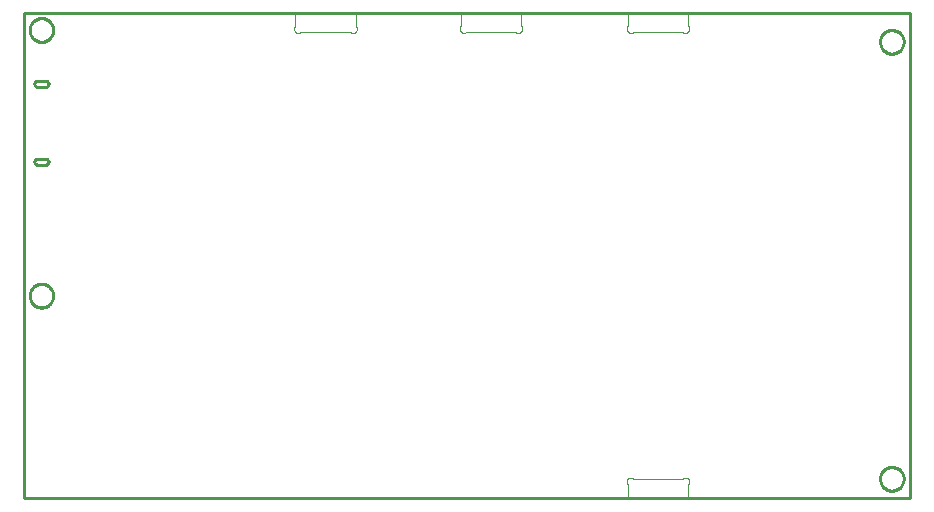
<source format=gbr>
G04 EAGLE Gerber RS-274X export*
G75*
%MOMM*%
%FSLAX34Y34*%
%LPD*%
%IN*%
%IPPOS*%
%AMOC8*
5,1,8,0,0,1.08239X$1,22.5*%
G01*
%ADD10C,0.000000*%
%ADD11C,0.254000*%


D10*
X416100Y395000D02*
X374900Y395000D01*
X370000Y400000D02*
X370000Y411500D01*
X421000Y411500D02*
X421000Y400000D01*
X370000Y411500D02*
X364500Y411500D01*
X421000Y411500D02*
X426500Y411500D01*
X374900Y395000D02*
X374815Y394920D01*
X374727Y394842D01*
X374637Y394768D01*
X374545Y394696D01*
X374450Y394628D01*
X374353Y394562D01*
X374254Y394500D01*
X374152Y394442D01*
X374049Y394387D01*
X373944Y394335D01*
X373838Y394287D01*
X373729Y394242D01*
X373620Y394201D01*
X373509Y394164D01*
X373397Y394131D01*
X373284Y394101D01*
X373170Y394075D01*
X373055Y394053D01*
X372939Y394034D01*
X372823Y394020D01*
X372707Y394009D01*
X372590Y394003D01*
X372473Y394000D01*
X372356Y394001D01*
X372239Y394006D01*
X372123Y394015D01*
X372006Y394028D01*
X371891Y394045D01*
X371776Y394066D01*
X371661Y394090D01*
X371548Y394118D01*
X371435Y394150D01*
X371324Y394186D01*
X371214Y394226D01*
X371105Y394269D01*
X370998Y394316D01*
X370892Y394366D01*
X370788Y394420D01*
X370686Y394477D01*
X370586Y394537D01*
X370488Y394601D01*
X370393Y394669D01*
X370299Y394739D01*
X370208Y394812D01*
X370119Y394889D01*
X370034Y394968D01*
X369950Y395050D01*
X369870Y395135D01*
X369792Y395223D01*
X369718Y395313D01*
X369646Y395405D01*
X369578Y395500D01*
X369512Y395597D01*
X369450Y395696D01*
X369392Y395798D01*
X369337Y395901D01*
X369285Y396006D01*
X369237Y396112D01*
X369192Y396221D01*
X369151Y396330D01*
X369114Y396441D01*
X369081Y396553D01*
X369051Y396666D01*
X369025Y396780D01*
X369003Y396895D01*
X368984Y397011D01*
X368970Y397127D01*
X368959Y397243D01*
X368953Y397360D01*
X368950Y397477D01*
X368951Y397594D01*
X368956Y397711D01*
X368965Y397827D01*
X368978Y397944D01*
X368995Y398059D01*
X369016Y398174D01*
X369040Y398289D01*
X369068Y398402D01*
X369100Y398515D01*
X369136Y398626D01*
X369176Y398736D01*
X369219Y398845D01*
X369266Y398952D01*
X369316Y399058D01*
X369370Y399162D01*
X369427Y399264D01*
X369487Y399364D01*
X369551Y399462D01*
X369619Y399557D01*
X369689Y399651D01*
X369762Y399742D01*
X369839Y399831D01*
X369918Y399916D01*
X370000Y400000D01*
X416100Y395000D02*
X416186Y394919D01*
X416275Y394841D01*
X416366Y394765D01*
X416459Y394693D01*
X416555Y394624D01*
X416654Y394558D01*
X416754Y394496D01*
X416857Y394437D01*
X416961Y394382D01*
X417067Y394330D01*
X417175Y394281D01*
X417285Y394237D01*
X417396Y394196D01*
X417508Y394159D01*
X417621Y394125D01*
X417736Y394096D01*
X417851Y394070D01*
X417967Y394049D01*
X418084Y394031D01*
X418202Y394017D01*
X418319Y394008D01*
X418438Y394002D01*
X418556Y394000D01*
X418674Y394002D01*
X418792Y394008D01*
X418910Y394019D01*
X419027Y394033D01*
X419144Y394051D01*
X419260Y394073D01*
X419376Y394099D01*
X419490Y394129D01*
X419603Y394162D01*
X419715Y394200D01*
X419826Y394241D01*
X419936Y394286D01*
X420043Y394335D01*
X420149Y394387D01*
X420254Y394443D01*
X420356Y394502D01*
X420456Y394565D01*
X420554Y394631D01*
X420650Y394700D01*
X420743Y394772D01*
X420834Y394848D01*
X420922Y394927D01*
X421008Y395008D01*
X421091Y395093D01*
X421171Y395180D01*
X421247Y395270D01*
X421321Y395362D01*
X421392Y395457D01*
X421459Y395554D01*
X421523Y395654D01*
X421584Y395755D01*
X421641Y395858D01*
X421695Y395964D01*
X421745Y396071D01*
X421791Y396180D01*
X421834Y396290D01*
X421873Y396401D01*
X421908Y396514D01*
X421940Y396628D01*
X421967Y396743D01*
X421991Y396859D01*
X422011Y396976D01*
X422026Y397093D01*
X422038Y397211D01*
X422046Y397329D01*
X422050Y397447D01*
X422049Y397565D01*
X422045Y397683D01*
X422037Y397801D01*
X422025Y397919D01*
X422009Y398036D01*
X421989Y398152D01*
X421965Y398268D01*
X421937Y398383D01*
X421905Y398497D01*
X421869Y398610D01*
X421830Y398721D01*
X421787Y398831D01*
X421740Y398940D01*
X421690Y399047D01*
X421636Y399152D01*
X421578Y399255D01*
X421517Y399356D01*
X421453Y399455D01*
X421385Y399552D01*
X421314Y399647D01*
X421240Y399739D01*
X421163Y399829D01*
X421083Y399916D01*
X421000Y400000D01*
X276100Y395000D02*
X234900Y395000D01*
X230000Y400000D02*
X230000Y411500D01*
X281000Y411500D02*
X281000Y400000D01*
X230000Y411500D02*
X224500Y411500D01*
X281000Y411500D02*
X286500Y411500D01*
X234900Y395000D02*
X234815Y394920D01*
X234727Y394842D01*
X234637Y394768D01*
X234545Y394696D01*
X234450Y394628D01*
X234353Y394562D01*
X234254Y394500D01*
X234152Y394442D01*
X234049Y394387D01*
X233944Y394335D01*
X233838Y394287D01*
X233729Y394242D01*
X233620Y394201D01*
X233509Y394164D01*
X233397Y394131D01*
X233284Y394101D01*
X233170Y394075D01*
X233055Y394053D01*
X232939Y394034D01*
X232823Y394020D01*
X232707Y394009D01*
X232590Y394003D01*
X232473Y394000D01*
X232356Y394001D01*
X232239Y394006D01*
X232123Y394015D01*
X232006Y394028D01*
X231891Y394045D01*
X231776Y394066D01*
X231661Y394090D01*
X231548Y394118D01*
X231435Y394150D01*
X231324Y394186D01*
X231214Y394226D01*
X231105Y394269D01*
X230998Y394316D01*
X230892Y394366D01*
X230788Y394420D01*
X230686Y394477D01*
X230586Y394537D01*
X230488Y394601D01*
X230393Y394669D01*
X230299Y394739D01*
X230208Y394812D01*
X230119Y394889D01*
X230034Y394968D01*
X229950Y395050D01*
X229870Y395135D01*
X229792Y395223D01*
X229718Y395313D01*
X229646Y395405D01*
X229578Y395500D01*
X229512Y395597D01*
X229450Y395696D01*
X229392Y395798D01*
X229337Y395901D01*
X229285Y396006D01*
X229237Y396112D01*
X229192Y396221D01*
X229151Y396330D01*
X229114Y396441D01*
X229081Y396553D01*
X229051Y396666D01*
X229025Y396780D01*
X229003Y396895D01*
X228984Y397011D01*
X228970Y397127D01*
X228959Y397243D01*
X228953Y397360D01*
X228950Y397477D01*
X228951Y397594D01*
X228956Y397711D01*
X228965Y397827D01*
X228978Y397944D01*
X228995Y398059D01*
X229016Y398174D01*
X229040Y398289D01*
X229068Y398402D01*
X229100Y398515D01*
X229136Y398626D01*
X229176Y398736D01*
X229219Y398845D01*
X229266Y398952D01*
X229316Y399058D01*
X229370Y399162D01*
X229427Y399264D01*
X229487Y399364D01*
X229551Y399462D01*
X229619Y399557D01*
X229689Y399651D01*
X229762Y399742D01*
X229839Y399831D01*
X229918Y399916D01*
X230000Y400000D01*
X276100Y395000D02*
X276186Y394919D01*
X276275Y394841D01*
X276366Y394765D01*
X276459Y394693D01*
X276555Y394624D01*
X276654Y394558D01*
X276754Y394496D01*
X276857Y394437D01*
X276961Y394382D01*
X277067Y394330D01*
X277175Y394281D01*
X277285Y394237D01*
X277396Y394196D01*
X277508Y394159D01*
X277621Y394125D01*
X277736Y394096D01*
X277851Y394070D01*
X277967Y394049D01*
X278084Y394031D01*
X278202Y394017D01*
X278319Y394008D01*
X278438Y394002D01*
X278556Y394000D01*
X278674Y394002D01*
X278792Y394008D01*
X278910Y394019D01*
X279027Y394033D01*
X279144Y394051D01*
X279260Y394073D01*
X279376Y394099D01*
X279490Y394129D01*
X279603Y394162D01*
X279715Y394200D01*
X279826Y394241D01*
X279936Y394286D01*
X280043Y394335D01*
X280149Y394387D01*
X280254Y394443D01*
X280356Y394502D01*
X280456Y394565D01*
X280554Y394631D01*
X280650Y394700D01*
X280743Y394772D01*
X280834Y394848D01*
X280922Y394927D01*
X281008Y395008D01*
X281091Y395093D01*
X281171Y395180D01*
X281247Y395270D01*
X281321Y395362D01*
X281392Y395457D01*
X281459Y395554D01*
X281523Y395654D01*
X281584Y395755D01*
X281641Y395858D01*
X281695Y395964D01*
X281745Y396071D01*
X281791Y396180D01*
X281834Y396290D01*
X281873Y396401D01*
X281908Y396514D01*
X281940Y396628D01*
X281967Y396743D01*
X281991Y396859D01*
X282011Y396976D01*
X282026Y397093D01*
X282038Y397211D01*
X282046Y397329D01*
X282050Y397447D01*
X282049Y397565D01*
X282045Y397683D01*
X282037Y397801D01*
X282025Y397919D01*
X282009Y398036D01*
X281989Y398152D01*
X281965Y398268D01*
X281937Y398383D01*
X281905Y398497D01*
X281869Y398610D01*
X281830Y398721D01*
X281787Y398831D01*
X281740Y398940D01*
X281690Y399047D01*
X281636Y399152D01*
X281578Y399255D01*
X281517Y399356D01*
X281453Y399455D01*
X281385Y399552D01*
X281314Y399647D01*
X281240Y399739D01*
X281163Y399829D01*
X281083Y399916D01*
X281000Y400000D01*
X516400Y395000D02*
X557600Y395000D01*
X511500Y400000D02*
X511500Y411500D01*
X562500Y411500D02*
X562500Y400000D01*
X511500Y411500D02*
X506000Y411500D01*
X562500Y411500D02*
X568000Y411500D01*
X516400Y395000D02*
X516315Y394920D01*
X516227Y394842D01*
X516137Y394768D01*
X516045Y394696D01*
X515950Y394628D01*
X515853Y394562D01*
X515754Y394500D01*
X515652Y394442D01*
X515549Y394387D01*
X515444Y394335D01*
X515338Y394287D01*
X515229Y394242D01*
X515120Y394201D01*
X515009Y394164D01*
X514897Y394131D01*
X514784Y394101D01*
X514670Y394075D01*
X514555Y394053D01*
X514439Y394034D01*
X514323Y394020D01*
X514207Y394009D01*
X514090Y394003D01*
X513973Y394000D01*
X513856Y394001D01*
X513739Y394006D01*
X513623Y394015D01*
X513506Y394028D01*
X513391Y394045D01*
X513276Y394066D01*
X513161Y394090D01*
X513048Y394118D01*
X512935Y394150D01*
X512824Y394186D01*
X512714Y394226D01*
X512605Y394269D01*
X512498Y394316D01*
X512392Y394366D01*
X512288Y394420D01*
X512186Y394477D01*
X512086Y394537D01*
X511988Y394601D01*
X511893Y394669D01*
X511799Y394739D01*
X511708Y394812D01*
X511619Y394889D01*
X511534Y394968D01*
X511450Y395050D01*
X511370Y395135D01*
X511292Y395223D01*
X511218Y395313D01*
X511146Y395405D01*
X511078Y395500D01*
X511012Y395597D01*
X510950Y395696D01*
X510892Y395798D01*
X510837Y395901D01*
X510785Y396006D01*
X510737Y396112D01*
X510692Y396221D01*
X510651Y396330D01*
X510614Y396441D01*
X510581Y396553D01*
X510551Y396666D01*
X510525Y396780D01*
X510503Y396895D01*
X510484Y397011D01*
X510470Y397127D01*
X510459Y397243D01*
X510453Y397360D01*
X510450Y397477D01*
X510451Y397594D01*
X510456Y397711D01*
X510465Y397827D01*
X510478Y397944D01*
X510495Y398059D01*
X510516Y398174D01*
X510540Y398289D01*
X510568Y398402D01*
X510600Y398515D01*
X510636Y398626D01*
X510676Y398736D01*
X510719Y398845D01*
X510766Y398952D01*
X510816Y399058D01*
X510870Y399162D01*
X510927Y399264D01*
X510987Y399364D01*
X511051Y399462D01*
X511119Y399557D01*
X511189Y399651D01*
X511262Y399742D01*
X511339Y399831D01*
X511418Y399916D01*
X511500Y400000D01*
X557600Y395000D02*
X557686Y394919D01*
X557775Y394841D01*
X557866Y394765D01*
X557959Y394693D01*
X558055Y394624D01*
X558154Y394558D01*
X558254Y394496D01*
X558357Y394437D01*
X558461Y394382D01*
X558567Y394330D01*
X558675Y394281D01*
X558785Y394237D01*
X558896Y394196D01*
X559008Y394159D01*
X559121Y394125D01*
X559236Y394096D01*
X559351Y394070D01*
X559467Y394049D01*
X559584Y394031D01*
X559702Y394017D01*
X559819Y394008D01*
X559938Y394002D01*
X560056Y394000D01*
X560174Y394002D01*
X560292Y394008D01*
X560410Y394019D01*
X560527Y394033D01*
X560644Y394051D01*
X560760Y394073D01*
X560876Y394099D01*
X560990Y394129D01*
X561103Y394162D01*
X561215Y394200D01*
X561326Y394241D01*
X561436Y394286D01*
X561543Y394335D01*
X561649Y394387D01*
X561754Y394443D01*
X561856Y394502D01*
X561956Y394565D01*
X562054Y394631D01*
X562150Y394700D01*
X562243Y394772D01*
X562334Y394848D01*
X562422Y394927D01*
X562508Y395008D01*
X562591Y395093D01*
X562671Y395180D01*
X562747Y395270D01*
X562821Y395362D01*
X562892Y395457D01*
X562959Y395554D01*
X563023Y395654D01*
X563084Y395755D01*
X563141Y395858D01*
X563195Y395964D01*
X563245Y396071D01*
X563291Y396180D01*
X563334Y396290D01*
X563373Y396401D01*
X563408Y396514D01*
X563440Y396628D01*
X563467Y396743D01*
X563491Y396859D01*
X563511Y396976D01*
X563526Y397093D01*
X563538Y397211D01*
X563546Y397329D01*
X563550Y397447D01*
X563549Y397565D01*
X563545Y397683D01*
X563537Y397801D01*
X563525Y397919D01*
X563509Y398036D01*
X563489Y398152D01*
X563465Y398268D01*
X563437Y398383D01*
X563405Y398497D01*
X563369Y398610D01*
X563330Y398721D01*
X563287Y398831D01*
X563240Y398940D01*
X563190Y399047D01*
X563136Y399152D01*
X563078Y399255D01*
X563017Y399356D01*
X562953Y399455D01*
X562885Y399552D01*
X562814Y399647D01*
X562740Y399739D01*
X562663Y399829D01*
X562583Y399916D01*
X562500Y400000D01*
X557600Y16500D02*
X516400Y16500D01*
X562500Y11500D02*
X562500Y0D01*
X511500Y0D02*
X511500Y11500D01*
X562500Y0D02*
X568000Y0D01*
X511500Y0D02*
X506000Y0D01*
X557600Y16500D02*
X557686Y16581D01*
X557775Y16659D01*
X557866Y16735D01*
X557959Y16807D01*
X558055Y16876D01*
X558154Y16942D01*
X558254Y17004D01*
X558357Y17063D01*
X558461Y17118D01*
X558567Y17170D01*
X558675Y17219D01*
X558785Y17263D01*
X558896Y17304D01*
X559008Y17341D01*
X559121Y17375D01*
X559236Y17404D01*
X559351Y17430D01*
X559467Y17451D01*
X559584Y17469D01*
X559702Y17483D01*
X559819Y17492D01*
X559938Y17498D01*
X560056Y17500D01*
X560174Y17498D01*
X560292Y17492D01*
X560410Y17481D01*
X560527Y17467D01*
X560644Y17449D01*
X560760Y17427D01*
X560876Y17401D01*
X560990Y17371D01*
X561103Y17338D01*
X561215Y17300D01*
X561326Y17259D01*
X561436Y17214D01*
X561543Y17165D01*
X561649Y17113D01*
X561754Y17057D01*
X561856Y16998D01*
X561956Y16935D01*
X562054Y16869D01*
X562150Y16800D01*
X562243Y16728D01*
X562334Y16652D01*
X562422Y16573D01*
X562508Y16492D01*
X562591Y16407D01*
X562671Y16320D01*
X562747Y16230D01*
X562821Y16138D01*
X562892Y16043D01*
X562959Y15946D01*
X563023Y15846D01*
X563084Y15745D01*
X563141Y15642D01*
X563195Y15536D01*
X563245Y15429D01*
X563291Y15320D01*
X563334Y15210D01*
X563373Y15099D01*
X563408Y14986D01*
X563440Y14872D01*
X563467Y14757D01*
X563491Y14641D01*
X563511Y14524D01*
X563526Y14407D01*
X563538Y14289D01*
X563546Y14171D01*
X563550Y14053D01*
X563549Y13935D01*
X563545Y13817D01*
X563537Y13699D01*
X563525Y13581D01*
X563509Y13464D01*
X563489Y13348D01*
X563465Y13232D01*
X563437Y13117D01*
X563405Y13003D01*
X563369Y12890D01*
X563330Y12779D01*
X563287Y12669D01*
X563240Y12560D01*
X563190Y12453D01*
X563136Y12348D01*
X563078Y12245D01*
X563017Y12144D01*
X562953Y12045D01*
X562885Y11948D01*
X562814Y11853D01*
X562740Y11761D01*
X562663Y11671D01*
X562583Y11584D01*
X562500Y11500D01*
X516400Y16500D02*
X516314Y16581D01*
X516225Y16659D01*
X516134Y16735D01*
X516041Y16807D01*
X515945Y16876D01*
X515846Y16942D01*
X515746Y17004D01*
X515643Y17063D01*
X515539Y17118D01*
X515433Y17170D01*
X515325Y17219D01*
X515215Y17263D01*
X515104Y17304D01*
X514992Y17341D01*
X514879Y17375D01*
X514764Y17404D01*
X514649Y17430D01*
X514533Y17451D01*
X514416Y17469D01*
X514298Y17483D01*
X514181Y17492D01*
X514062Y17498D01*
X513944Y17500D01*
X513826Y17498D01*
X513708Y17492D01*
X513590Y17481D01*
X513473Y17467D01*
X513356Y17449D01*
X513240Y17427D01*
X513124Y17401D01*
X513010Y17371D01*
X512897Y17338D01*
X512785Y17300D01*
X512674Y17259D01*
X512564Y17214D01*
X512457Y17165D01*
X512351Y17113D01*
X512246Y17057D01*
X512144Y16998D01*
X512044Y16935D01*
X511946Y16869D01*
X511850Y16800D01*
X511757Y16728D01*
X511666Y16652D01*
X511578Y16573D01*
X511492Y16492D01*
X511409Y16407D01*
X511329Y16320D01*
X511253Y16230D01*
X511179Y16138D01*
X511108Y16043D01*
X511041Y15946D01*
X510977Y15846D01*
X510916Y15745D01*
X510859Y15642D01*
X510805Y15536D01*
X510755Y15429D01*
X510709Y15320D01*
X510666Y15210D01*
X510627Y15099D01*
X510592Y14986D01*
X510560Y14872D01*
X510533Y14757D01*
X510509Y14641D01*
X510489Y14524D01*
X510474Y14407D01*
X510462Y14289D01*
X510454Y14171D01*
X510450Y14053D01*
X510451Y13935D01*
X510455Y13817D01*
X510463Y13699D01*
X510475Y13581D01*
X510491Y13464D01*
X510511Y13348D01*
X510535Y13232D01*
X510563Y13117D01*
X510595Y13003D01*
X510631Y12890D01*
X510670Y12779D01*
X510713Y12669D01*
X510760Y12560D01*
X510810Y12453D01*
X510864Y12348D01*
X510922Y12245D01*
X510983Y12144D01*
X511047Y12045D01*
X511115Y11948D01*
X511186Y11853D01*
X511260Y11761D01*
X511337Y11671D01*
X511417Y11584D01*
X511500Y11500D01*
D11*
X0Y0D02*
X750000Y0D01*
X750500Y410500D01*
X500Y410500D01*
X0Y0D01*
X9000Y285000D02*
X9010Y284782D01*
X9038Y284566D01*
X9085Y284353D01*
X9151Y284145D01*
X9234Y283943D01*
X9335Y283750D01*
X9452Y283566D01*
X9585Y283393D01*
X9732Y283232D01*
X9893Y283085D01*
X10066Y282952D01*
X10250Y282835D01*
X10443Y282734D01*
X10645Y282651D01*
X10853Y282585D01*
X11066Y282538D01*
X11282Y282510D01*
X11500Y282500D01*
X18500Y282500D01*
X18718Y282510D01*
X18934Y282538D01*
X19147Y282585D01*
X19355Y282651D01*
X19557Y282734D01*
X19750Y282835D01*
X19934Y282952D01*
X20107Y283085D01*
X20268Y283232D01*
X20415Y283393D01*
X20548Y283566D01*
X20665Y283750D01*
X20766Y283943D01*
X20849Y284145D01*
X20915Y284353D01*
X20962Y284566D01*
X20991Y284782D01*
X21000Y285000D01*
X20991Y285218D01*
X20962Y285434D01*
X20915Y285647D01*
X20849Y285855D01*
X20766Y286057D01*
X20665Y286250D01*
X20548Y286434D01*
X20415Y286607D01*
X20268Y286768D01*
X20107Y286915D01*
X19934Y287048D01*
X19750Y287165D01*
X19557Y287266D01*
X19355Y287349D01*
X19147Y287415D01*
X18934Y287462D01*
X18718Y287491D01*
X18500Y287500D01*
X11500Y287500D01*
X11282Y287491D01*
X11066Y287462D01*
X10853Y287415D01*
X10645Y287349D01*
X10443Y287266D01*
X10250Y287165D01*
X10066Y287048D01*
X9893Y286915D01*
X9732Y286768D01*
X9585Y286607D01*
X9452Y286434D01*
X9335Y286250D01*
X9234Y286057D01*
X9151Y285855D01*
X9085Y285647D01*
X9038Y285434D01*
X9010Y285218D01*
X9000Y285000D01*
X9000Y351000D02*
X9010Y350782D01*
X9038Y350566D01*
X9085Y350353D01*
X9151Y350145D01*
X9234Y349943D01*
X9335Y349750D01*
X9452Y349566D01*
X9585Y349393D01*
X9732Y349232D01*
X9893Y349085D01*
X10066Y348952D01*
X10250Y348835D01*
X10443Y348734D01*
X10645Y348651D01*
X10853Y348585D01*
X11066Y348538D01*
X11282Y348510D01*
X11500Y348500D01*
X18500Y348500D01*
X18718Y348510D01*
X18934Y348538D01*
X19147Y348585D01*
X19355Y348651D01*
X19557Y348734D01*
X19750Y348835D01*
X19934Y348952D01*
X20107Y349085D01*
X20268Y349232D01*
X20415Y349393D01*
X20548Y349566D01*
X20665Y349750D01*
X20766Y349943D01*
X20849Y350145D01*
X20915Y350353D01*
X20962Y350566D01*
X20991Y350782D01*
X21000Y351000D01*
X20991Y351218D01*
X20962Y351434D01*
X20915Y351647D01*
X20849Y351855D01*
X20766Y352057D01*
X20665Y352250D01*
X20548Y352434D01*
X20415Y352607D01*
X20268Y352768D01*
X20107Y352915D01*
X19934Y353048D01*
X19750Y353165D01*
X19557Y353266D01*
X19355Y353349D01*
X19147Y353415D01*
X18934Y353462D01*
X18718Y353491D01*
X18500Y353500D01*
X11500Y353500D01*
X11282Y353491D01*
X11066Y353462D01*
X10853Y353415D01*
X10645Y353349D01*
X10443Y353266D01*
X10250Y353165D01*
X10066Y353048D01*
X9893Y352915D01*
X9732Y352768D01*
X9585Y352607D01*
X9452Y352434D01*
X9335Y352250D01*
X9234Y352057D01*
X9151Y351855D01*
X9085Y351647D01*
X9038Y351434D01*
X9010Y351218D01*
X9000Y351000D01*
X745000Y386063D02*
X744924Y385194D01*
X744772Y384334D01*
X744546Y383490D01*
X744248Y382670D01*
X743879Y381878D01*
X743442Y381122D01*
X742941Y380407D01*
X742380Y379738D01*
X741762Y379120D01*
X741093Y378559D01*
X740378Y378058D01*
X739622Y377621D01*
X738830Y377252D01*
X738010Y376954D01*
X737166Y376728D01*
X736307Y376576D01*
X735437Y376500D01*
X734563Y376500D01*
X733694Y376576D01*
X732834Y376728D01*
X731990Y376954D01*
X731170Y377252D01*
X730378Y377621D01*
X729622Y378058D01*
X728907Y378559D01*
X728238Y379120D01*
X727620Y379738D01*
X727059Y380407D01*
X726558Y381122D01*
X726121Y381878D01*
X725752Y382670D01*
X725454Y383490D01*
X725228Y384334D01*
X725076Y385194D01*
X725000Y386063D01*
X725000Y386937D01*
X725076Y387807D01*
X725228Y388666D01*
X725454Y389510D01*
X725752Y390330D01*
X726121Y391122D01*
X726558Y391878D01*
X727059Y392593D01*
X727620Y393262D01*
X728238Y393880D01*
X728907Y394441D01*
X729622Y394942D01*
X730378Y395379D01*
X731170Y395748D01*
X731990Y396046D01*
X732834Y396272D01*
X733694Y396424D01*
X734563Y396500D01*
X735437Y396500D01*
X736307Y396424D01*
X737166Y396272D01*
X738010Y396046D01*
X738830Y395748D01*
X739622Y395379D01*
X740378Y394942D01*
X741093Y394441D01*
X741762Y393880D01*
X742380Y393262D01*
X742941Y392593D01*
X743442Y391878D01*
X743879Y391122D01*
X744248Y390330D01*
X744546Y389510D01*
X744772Y388666D01*
X744924Y387807D01*
X745000Y386937D01*
X745000Y386063D01*
X745000Y16063D02*
X744924Y15194D01*
X744772Y14334D01*
X744546Y13490D01*
X744248Y12670D01*
X743879Y11878D01*
X743442Y11122D01*
X742941Y10407D01*
X742380Y9738D01*
X741762Y9120D01*
X741093Y8559D01*
X740378Y8058D01*
X739622Y7621D01*
X738830Y7252D01*
X738010Y6954D01*
X737166Y6728D01*
X736307Y6576D01*
X735437Y6500D01*
X734563Y6500D01*
X733694Y6576D01*
X732834Y6728D01*
X731990Y6954D01*
X731170Y7252D01*
X730378Y7621D01*
X729622Y8058D01*
X728907Y8559D01*
X728238Y9120D01*
X727620Y9738D01*
X727059Y10407D01*
X726558Y11122D01*
X726121Y11878D01*
X725752Y12670D01*
X725454Y13490D01*
X725228Y14334D01*
X725076Y15194D01*
X725000Y16063D01*
X725000Y16937D01*
X725076Y17807D01*
X725228Y18666D01*
X725454Y19510D01*
X725752Y20330D01*
X726121Y21122D01*
X726558Y21878D01*
X727059Y22593D01*
X727620Y23262D01*
X728238Y23880D01*
X728907Y24441D01*
X729622Y24942D01*
X730378Y25379D01*
X731170Y25748D01*
X731990Y26046D01*
X732834Y26272D01*
X733694Y26424D01*
X734563Y26500D01*
X735437Y26500D01*
X736307Y26424D01*
X737166Y26272D01*
X738010Y26046D01*
X738830Y25748D01*
X739622Y25379D01*
X740378Y24942D01*
X741093Y24441D01*
X741762Y23880D01*
X742380Y23262D01*
X742941Y22593D01*
X743442Y21878D01*
X743879Y21122D01*
X744248Y20330D01*
X744546Y19510D01*
X744772Y18666D01*
X744924Y17807D01*
X745000Y16937D01*
X745000Y16063D01*
X25000Y396063D02*
X24924Y395194D01*
X24772Y394334D01*
X24546Y393490D01*
X24248Y392670D01*
X23879Y391878D01*
X23442Y391122D01*
X22941Y390407D01*
X22380Y389738D01*
X21762Y389120D01*
X21093Y388559D01*
X20378Y388058D01*
X19622Y387621D01*
X18830Y387252D01*
X18010Y386954D01*
X17166Y386728D01*
X16307Y386576D01*
X15437Y386500D01*
X14563Y386500D01*
X13694Y386576D01*
X12834Y386728D01*
X11990Y386954D01*
X11170Y387252D01*
X10378Y387621D01*
X9622Y388058D01*
X8907Y388559D01*
X8238Y389120D01*
X7620Y389738D01*
X7059Y390407D01*
X6558Y391122D01*
X6121Y391878D01*
X5752Y392670D01*
X5454Y393490D01*
X5228Y394334D01*
X5076Y395194D01*
X5000Y396063D01*
X5000Y396937D01*
X5076Y397807D01*
X5228Y398666D01*
X5454Y399510D01*
X5752Y400330D01*
X6121Y401122D01*
X6558Y401878D01*
X7059Y402593D01*
X7620Y403262D01*
X8238Y403880D01*
X8907Y404441D01*
X9622Y404942D01*
X10378Y405379D01*
X11170Y405748D01*
X11990Y406046D01*
X12834Y406272D01*
X13694Y406424D01*
X14563Y406500D01*
X15437Y406500D01*
X16307Y406424D01*
X17166Y406272D01*
X18010Y406046D01*
X18830Y405748D01*
X19622Y405379D01*
X20378Y404942D01*
X21093Y404441D01*
X21762Y403880D01*
X22380Y403262D01*
X22941Y402593D01*
X23442Y401878D01*
X23879Y401122D01*
X24248Y400330D01*
X24546Y399510D01*
X24772Y398666D01*
X24924Y397807D01*
X25000Y396937D01*
X25000Y396063D01*
X25000Y171063D02*
X24924Y170194D01*
X24772Y169334D01*
X24546Y168490D01*
X24248Y167670D01*
X23879Y166878D01*
X23442Y166122D01*
X22941Y165407D01*
X22380Y164738D01*
X21762Y164120D01*
X21093Y163559D01*
X20378Y163058D01*
X19622Y162621D01*
X18830Y162252D01*
X18010Y161954D01*
X17166Y161728D01*
X16307Y161576D01*
X15437Y161500D01*
X14563Y161500D01*
X13694Y161576D01*
X12834Y161728D01*
X11990Y161954D01*
X11170Y162252D01*
X10378Y162621D01*
X9622Y163058D01*
X8907Y163559D01*
X8238Y164120D01*
X7620Y164738D01*
X7059Y165407D01*
X6558Y166122D01*
X6121Y166878D01*
X5752Y167670D01*
X5454Y168490D01*
X5228Y169334D01*
X5076Y170194D01*
X5000Y171063D01*
X5000Y171937D01*
X5076Y172807D01*
X5228Y173666D01*
X5454Y174510D01*
X5752Y175330D01*
X6121Y176122D01*
X6558Y176878D01*
X7059Y177593D01*
X7620Y178262D01*
X8238Y178880D01*
X8907Y179441D01*
X9622Y179942D01*
X10378Y180379D01*
X11170Y180748D01*
X11990Y181046D01*
X12834Y181272D01*
X13694Y181424D01*
X14563Y181500D01*
X15437Y181500D01*
X16307Y181424D01*
X17166Y181272D01*
X18010Y181046D01*
X18830Y180748D01*
X19622Y180379D01*
X20378Y179942D01*
X21093Y179441D01*
X21762Y178880D01*
X22380Y178262D01*
X22941Y177593D01*
X23442Y176878D01*
X23879Y176122D01*
X24248Y175330D01*
X24546Y174510D01*
X24772Y173666D01*
X24924Y172807D01*
X25000Y171937D01*
X25000Y171063D01*
M02*

</source>
